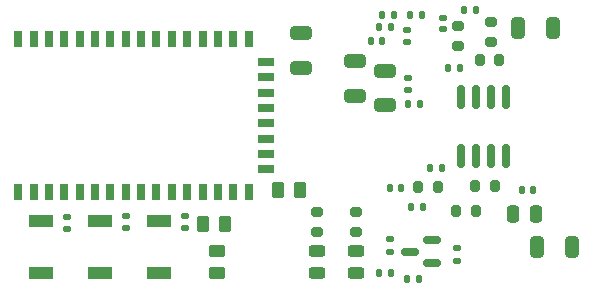
<source format=gbr>
G04 #@! TF.GenerationSoftware,KiCad,Pcbnew,(6.0.4)*
G04 #@! TF.CreationDate,2022-05-02T12:08:19+02:00*
G04 #@! TF.ProjectId,Support-Board-for-TS3008,53757070-6f72-4742-9d42-6f6172642d66,rev?*
G04 #@! TF.SameCoordinates,Original*
G04 #@! TF.FileFunction,Paste,Top*
G04 #@! TF.FilePolarity,Positive*
%FSLAX46Y46*%
G04 Gerber Fmt 4.6, Leading zero omitted, Abs format (unit mm)*
G04 Created by KiCad (PCBNEW (6.0.4)) date 2022-05-02 12:08:19*
%MOMM*%
%LPD*%
G01*
G04 APERTURE LIST*
G04 Aperture macros list*
%AMRoundRect*
0 Rectangle with rounded corners*
0 $1 Rounding radius*
0 $2 $3 $4 $5 $6 $7 $8 $9 X,Y pos of 4 corners*
0 Add a 4 corners polygon primitive as box body*
4,1,4,$2,$3,$4,$5,$6,$7,$8,$9,$2,$3,0*
0 Add four circle primitives for the rounded corners*
1,1,$1+$1,$2,$3*
1,1,$1+$1,$4,$5*
1,1,$1+$1,$6,$7*
1,1,$1+$1,$8,$9*
0 Add four rect primitives between the rounded corners*
20,1,$1+$1,$2,$3,$4,$5,0*
20,1,$1+$1,$4,$5,$6,$7,0*
20,1,$1+$1,$6,$7,$8,$9,0*
20,1,$1+$1,$8,$9,$2,$3,0*%
G04 Aperture macros list end*
%ADD10RoundRect,0.140000X-0.170000X0.140000X-0.170000X-0.140000X0.170000X-0.140000X0.170000X0.140000X0*%
%ADD11RoundRect,0.140000X-0.140000X-0.170000X0.140000X-0.170000X0.140000X0.170000X-0.140000X0.170000X0*%
%ADD12RoundRect,0.140000X0.140000X0.170000X-0.140000X0.170000X-0.140000X-0.170000X0.140000X-0.170000X0*%
%ADD13RoundRect,0.250000X-0.250000X-0.475000X0.250000X-0.475000X0.250000X0.475000X-0.250000X0.475000X0*%
%ADD14RoundRect,0.150000X-0.150000X0.825000X-0.150000X-0.825000X0.150000X-0.825000X0.150000X0.825000X0*%
%ADD15R,0.711200X1.422400*%
%ADD16R,1.422400X0.711200*%
%ADD17R,2.000000X1.050000*%
%ADD18RoundRect,0.250000X0.262500X0.450000X-0.262500X0.450000X-0.262500X-0.450000X0.262500X-0.450000X0*%
%ADD19RoundRect,0.200000X-0.200000X-0.275000X0.200000X-0.275000X0.200000X0.275000X-0.200000X0.275000X0*%
%ADD20RoundRect,0.135000X-0.135000X-0.185000X0.135000X-0.185000X0.135000X0.185000X-0.135000X0.185000X0*%
%ADD21RoundRect,0.200000X0.200000X0.275000X-0.200000X0.275000X-0.200000X-0.275000X0.200000X-0.275000X0*%
%ADD22RoundRect,0.200000X-0.275000X0.200000X-0.275000X-0.200000X0.275000X-0.200000X0.275000X0.200000X0*%
%ADD23RoundRect,0.135000X0.135000X0.185000X-0.135000X0.185000X-0.135000X-0.185000X0.135000X-0.185000X0*%
%ADD24RoundRect,0.135000X0.185000X-0.135000X0.185000X0.135000X-0.185000X0.135000X-0.185000X-0.135000X0*%
%ADD25RoundRect,0.200000X0.275000X-0.200000X0.275000X0.200000X-0.275000X0.200000X-0.275000X-0.200000X0*%
%ADD26RoundRect,0.250000X0.450000X-0.262500X0.450000X0.262500X-0.450000X0.262500X-0.450000X-0.262500X0*%
%ADD27RoundRect,0.135000X-0.185000X0.135000X-0.185000X-0.135000X0.185000X-0.135000X0.185000X0.135000X0*%
%ADD28RoundRect,0.150000X0.587500X0.150000X-0.587500X0.150000X-0.587500X-0.150000X0.587500X-0.150000X0*%
%ADD29RoundRect,0.147500X-0.147500X-0.172500X0.147500X-0.172500X0.147500X0.172500X-0.147500X0.172500X0*%
%ADD30RoundRect,0.243750X-0.456250X0.243750X-0.456250X-0.243750X0.456250X-0.243750X0.456250X0.243750X0*%
%ADD31RoundRect,0.250000X-0.325000X-0.650000X0.325000X-0.650000X0.325000X0.650000X-0.325000X0.650000X0*%
%ADD32RoundRect,0.250000X-0.650000X0.325000X-0.650000X-0.325000X0.650000X-0.325000X0.650000X0.325000X0*%
%ADD33RoundRect,0.250000X0.650000X-0.325000X0.650000X0.325000X-0.650000X0.325000X-0.650000X-0.325000X0*%
G04 APERTURE END LIST*
D10*
X112025000Y-61595000D03*
X112025000Y-62555000D03*
D11*
X113848000Y-60960000D03*
X114808000Y-60960000D03*
D12*
X107855000Y-61375000D03*
X106895000Y-61375000D03*
X106855000Y-63600000D03*
X105895000Y-63600000D03*
D13*
X118000000Y-78200000D03*
X119900000Y-78200000D03*
D14*
X117355000Y-73275000D03*
X116085000Y-73275000D03*
X114815000Y-73275000D03*
X113545000Y-73275000D03*
X113545000Y-68325000D03*
X114815000Y-68325000D03*
X116085000Y-68325000D03*
X117355000Y-68325000D03*
D15*
X76077370Y-63400140D03*
X77377850Y-63400140D03*
X78678330Y-63400140D03*
X79976270Y-63400140D03*
X81276750Y-63400140D03*
X82577230Y-63400140D03*
X83875170Y-63400140D03*
X85175650Y-63400140D03*
X86476130Y-63400140D03*
X87774070Y-63400140D03*
X89074550Y-63400140D03*
X90375030Y-63400140D03*
X91675510Y-63400140D03*
X92975990Y-63400140D03*
X94273930Y-63400140D03*
X95574410Y-63400140D03*
D16*
X97075550Y-65350860D03*
X97075550Y-66651340D03*
X97075550Y-67951820D03*
X97075550Y-69252300D03*
X97075550Y-70547700D03*
X97075550Y-71848180D03*
X97075550Y-73148660D03*
X97075550Y-74449140D03*
D15*
X95574410Y-76399860D03*
X94273930Y-76399860D03*
X92975990Y-76399860D03*
X91675510Y-76399860D03*
X90375030Y-76399860D03*
X89074550Y-76399860D03*
X87774070Y-76399860D03*
X86476130Y-76399860D03*
X85175650Y-76399860D03*
X83875170Y-76399860D03*
X82577230Y-76399860D03*
X81276750Y-76399860D03*
X79976270Y-76399860D03*
X78678330Y-76399860D03*
X77377850Y-76399860D03*
X76077370Y-76399860D03*
D17*
X88000000Y-78775000D03*
X88000000Y-83225000D03*
X83000000Y-83225000D03*
X83000000Y-78775000D03*
X78000000Y-83225000D03*
X78000000Y-78775000D03*
D18*
X99912500Y-76200000D03*
X98087500Y-76200000D03*
D19*
X111575000Y-75900000D03*
X109925000Y-75900000D03*
X113175000Y-78000000D03*
X114825000Y-78000000D03*
X116400000Y-75825000D03*
X114750000Y-75825000D03*
D20*
X110940000Y-74300000D03*
X111960000Y-74300000D03*
D21*
X115150000Y-65175000D03*
X116800000Y-65175000D03*
D20*
X113500000Y-65825000D03*
X112480000Y-65825000D03*
D22*
X113325000Y-63975000D03*
X113325000Y-62325000D03*
X116078000Y-63626000D03*
X116078000Y-61976000D03*
D23*
X106640000Y-62425000D03*
X107660000Y-62425000D03*
X110060000Y-68875000D03*
X109040000Y-68875000D03*
D24*
X109050000Y-66665000D03*
X109050000Y-67685000D03*
D25*
X104632500Y-79725000D03*
X104632500Y-78075000D03*
D22*
X101332500Y-79725000D03*
X101332500Y-78075000D03*
D26*
X92900000Y-81375000D03*
X92900000Y-83200000D03*
D18*
X91737500Y-79050000D03*
X93562500Y-79050000D03*
D24*
X90200000Y-79410000D03*
X90200000Y-78390000D03*
X85200000Y-79420000D03*
X85200000Y-78400000D03*
X80200000Y-79510000D03*
X80200000Y-78490000D03*
X107582500Y-81400000D03*
X107582500Y-80380000D03*
D27*
X113182500Y-82160000D03*
X113182500Y-81140000D03*
D20*
X110042500Y-83750000D03*
X109022500Y-83750000D03*
D28*
X109245000Y-81400000D03*
X111120000Y-82350000D03*
X111120000Y-80450000D03*
D29*
X109250000Y-61375000D03*
X110220000Y-61375000D03*
D30*
X104632500Y-83250000D03*
X104632500Y-81375000D03*
X101357500Y-83250000D03*
X101357500Y-81375000D03*
D31*
X120025000Y-81000000D03*
X122975000Y-81000000D03*
D12*
X107520000Y-76050000D03*
X108480000Y-76050000D03*
X109352500Y-77650000D03*
X110312500Y-77650000D03*
D11*
X119680000Y-76200000D03*
X118720000Y-76200000D03*
D32*
X107100000Y-66075000D03*
X107100000Y-69025000D03*
D31*
X121314000Y-62484000D03*
X118364000Y-62484000D03*
D10*
X108950000Y-63635000D03*
X108950000Y-62675000D03*
D32*
X104550000Y-68250000D03*
X104550000Y-65300000D03*
D33*
X100000000Y-65875000D03*
X100000000Y-62925000D03*
D12*
X107592500Y-83200000D03*
X106632500Y-83200000D03*
M02*

</source>
